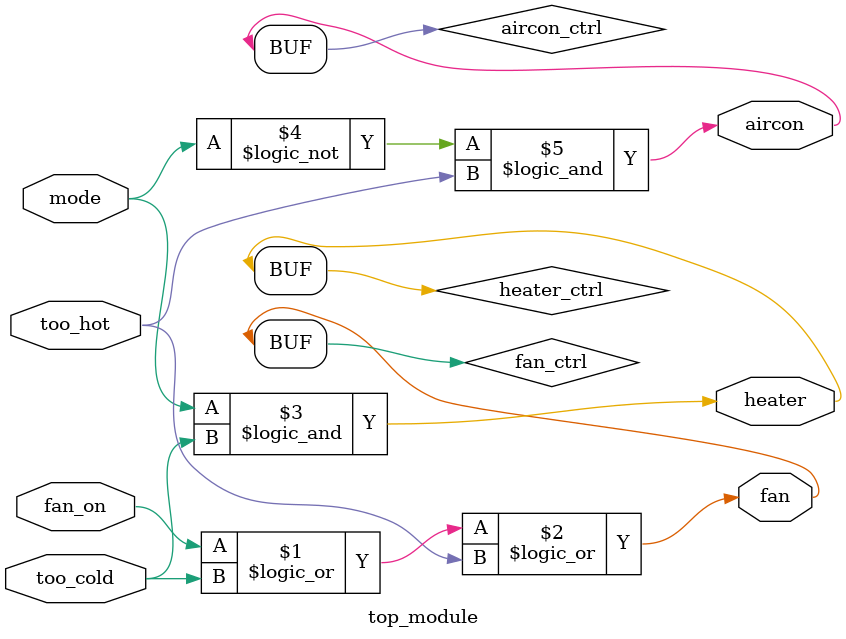
<source format=sv>
module top_module(
  input mode,
  input too_cold,
  input too_hot,
  input fan_on,
  output heater,
  output aircon,
  output fan
);

  // Fan control
  wire fan_ctrl;
  assign fan_ctrl = (fan_on || too_cold || too_hot);

  // Heater control
  wire heater_ctrl;
  assign heater_ctrl = (mode && too_cold);

  // Air conditioner control
  wire aircon_ctrl;
  assign aircon_ctrl = (!mode && too_hot);

  // Assign outputs
  assign heater = heater_ctrl;
  assign aircon = aircon_ctrl;
  assign fan = fan_ctrl;

endmodule

</source>
